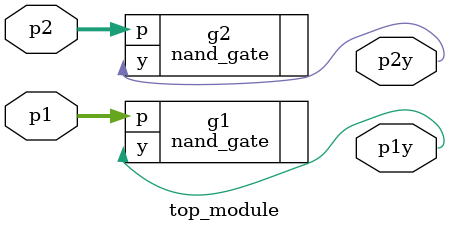
<source format=sv>
module top_module(
	input [7:0] p1, 
	output p1y, 
	input [7:0] p2, 
	output p2y
);

// instantiate NAND gates
nand_gate g1(.p(p1), .y(p1y));
nand_gate g2(.p(p2), .y(p2y));

endmodule

</source>
